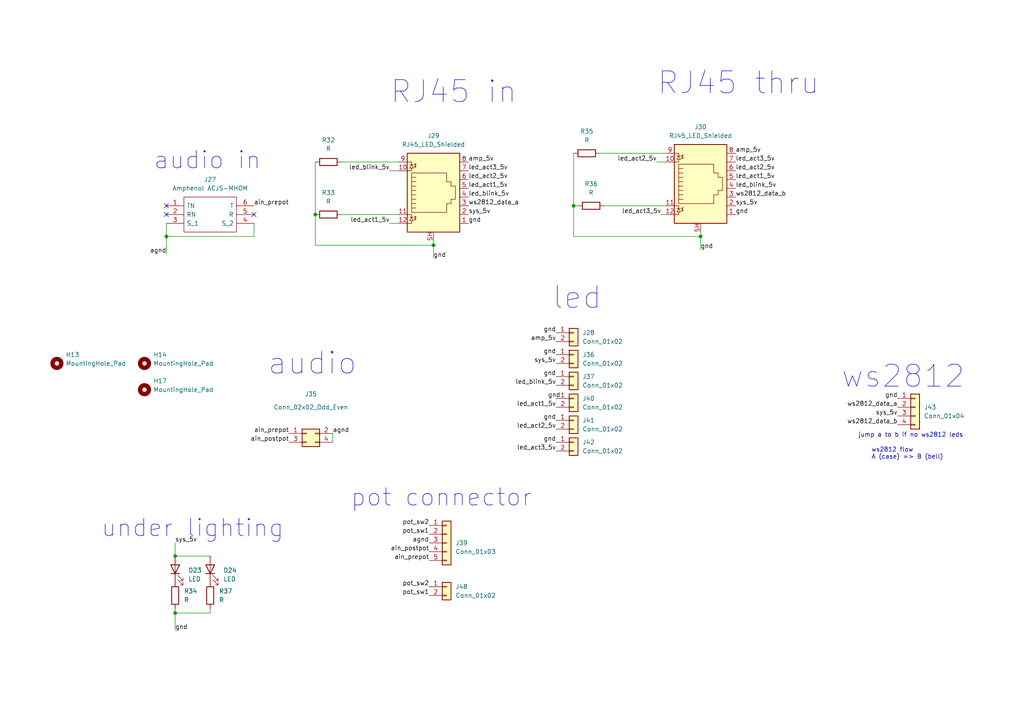
<source format=kicad_sch>
(kicad_sch (version 20211123) (generator eeschema)
  (paper "A4")
  (lib_symbols
    (symbol "Connector:RJ45_LED_Shielded" (pin_names (offset 1.016))
      (property "Reference" "J" (at -5.08 13.97 0))
      (property "Value" "RJ45_LED_Shielded" (at 1.27 13.97 0))
      (symbol "RJ45_LED_Shielded_0_1"
        (polyline (pts (xy -7.62 -7.62) (xy -6.35 -7.62)))
        (polyline (pts (xy -7.62 -5.08) (xy -6.35 -5.08)))
        (polyline (pts (xy -7.62 7.62) (xy -6.35 7.62)))
        (polyline (pts (xy -7.62 10.16) (xy -6.35 10.16)))
        (polyline (pts (xy -6.858 -5.842) (xy -5.842 -5.842)))
        (polyline (pts (xy -6.858 9.398) (xy -5.842 9.398)))
        (polyline (pts (xy -6.35 -7.62) (xy -6.35 -6.858)))
        (polyline (pts (xy -6.35 -5.08) (xy -6.35 -5.842)))
        (polyline (pts (xy -6.35 7.62) (xy -6.35 8.382)))
        (polyline (pts (xy -6.35 10.16) (xy -6.35 9.398)))
        (polyline (pts (xy -5.08 -6.223) (xy -5.207 -6.604)))
        (polyline (pts (xy -5.08 -5.588) (xy -5.207 -5.969)))
        (polyline (pts (xy -5.08 4.445) (xy -6.35 4.445)))
        (polyline (pts (xy -5.08 5.715) (xy -6.35 5.715)))
        (polyline (pts (xy -5.08 9.017) (xy -5.207 8.636)))
        (polyline (pts (xy -5.08 9.652) (xy -5.207 9.271)))
        (polyline (pts (xy -6.35 -3.175) (xy -5.08 -3.175) (xy -5.08 -3.175)))
        (polyline (pts (xy -6.35 -1.905) (xy -5.08 -1.905) (xy -5.08 -1.905)))
        (polyline (pts (xy -6.35 -0.635) (xy -5.08 -0.635) (xy -5.08 -0.635)))
        (polyline (pts (xy -6.35 0.635) (xy -5.08 0.635) (xy -5.08 0.635)))
        (polyline (pts (xy -6.35 1.905) (xy -5.08 1.905) (xy -5.08 1.905)))
        (polyline (pts (xy -5.588 -6.731) (xy -5.08 -6.223) (xy -5.461 -6.35)))
        (polyline (pts (xy -5.588 -6.096) (xy -5.08 -5.588) (xy -5.461 -5.715)))
        (polyline (pts (xy -5.588 8.509) (xy -5.08 9.017) (xy -5.461 8.89)))
        (polyline (pts (xy -5.588 9.144) (xy -5.08 9.652) (xy -5.461 9.525)))
        (polyline (pts (xy -5.08 3.175) (xy -6.35 3.175) (xy -6.35 3.175)))
        (polyline (pts (xy -6.35 -5.842) (xy -6.858 -6.858) (xy -5.842 -6.858) (xy -6.35 -5.842)))
        (polyline (pts (xy -6.35 9.398) (xy -6.858 8.382) (xy -5.842 8.382) (xy -6.35 9.398)))
        (polyline (pts (xy -6.35 -4.445) (xy -6.35 6.985) (xy 3.81 6.985) (xy 3.81 4.445) (xy 5.08 4.445) (xy 5.08 3.175) (xy 6.35 3.175) (xy 6.35 -0.635) (xy 5.08 -0.635) (xy 5.08 -1.905) (xy 3.81 -1.905) (xy 3.81 -4.445) (xy -6.35 -4.445) (xy -6.35 -4.445)))
        (rectangle (start 7.62 12.7) (end -7.62 -10.16) (stroke (width 0.254)) (fill (type background)))
      )
      (symbol "RJ45_LED_Shielded_1_1"
        (pin passive line (at 10.16 -7.62 180) (length 2.54) (name "~") (number "1"))
        (pin passive line (at -10.16 7.62 0) (length 2.54) (name "~") (number "10"))
        (pin passive line (at -10.16 -5.08 0) (length 2.54) (name "~") (number "11"))
        (pin passive line (at -10.16 -7.62 0) (length 2.54) (name "~") (number "12"))
        (pin passive line (at 10.16 -5.08 180) (length 2.54) (name "~") (number "2"))
        (pin passive line (at 10.16 -2.54 180) (length 2.54) (name "~") (number "3"))
        (pin passive line (at 10.16 0 180) (length 2.54) (name "~") (number "4"))
        (pin passive line (at 10.16 2.54 180) (length 2.54) (name "~") (number "5"))
        (pin passive line (at 10.16 5.08 180) (length 2.54) (name "~") (number "6"))
        (pin passive line (at 10.16 7.62 180) (length 2.54) (name "~") (number "7"))
        (pin passive line (at 10.16 10.16 180) (length 2.54) (name "~") (number "8"))
        (pin passive line (at -10.16 10.16 0) (length 2.54) (name "~") (number "9"))
        (pin passive line (at 0 -12.7 90) (length 2.54) (name "~") (number "SH"))
      )
    )
    (symbol "Connector_Generic:Conn_01x02" (pin_names (offset 1.016) hide)
      (property "Reference" "J" (at 0 2.54 0))
      (property "Value" "Conn_01x02" (at 0 -5.08 0))
      (symbol "Conn_01x02_1_1"
        (rectangle (start -1.27 -2.413) (end 0 -2.667) (stroke (width 0.1524)))
        (rectangle (start -1.27 0.127) (end 0 -0.127) (stroke (width 0.1524)))
        (rectangle (start -1.27 1.27) (end 1.27 -3.81) (stroke (width 0.254)) (fill (type background)))
        (pin passive line (at -5.08 0 0) (length 3.81) (name "Pin_1") (number "1"))
        (pin passive line (at -5.08 -2.54 0) (length 3.81) (name "Pin_2") (number "2"))
      )
    )
    (symbol "Connector_Generic:Conn_01x04" (pin_names (offset 1.016) hide)
      (property "Reference" "J" (at 0 5.08 0))
      (property "Value" "Conn_01x04" (at 0 -7.62 0))
      (symbol "Conn_01x04_1_1"
        (rectangle (start -1.27 -4.953) (end 0 -5.207) (stroke (width 0.1524)))
        (rectangle (start -1.27 -2.413) (end 0 -2.667) (stroke (width 0.1524)))
        (rectangle (start -1.27 0.127) (end 0 -0.127) (stroke (width 0.1524)))
        (rectangle (start -1.27 2.667) (end 0 2.413) (stroke (width 0.1524)))
        (rectangle (start -1.27 3.81) (end 1.27 -6.35) (stroke (width 0.254)) (fill (type background)))
        (pin passive line (at -5.08 2.54 0) (length 3.81) (name "Pin_1") (number "1"))
        (pin passive line (at -5.08 0 0) (length 3.81) (name "Pin_2") (number "2"))
        (pin passive line (at -5.08 -2.54 0) (length 3.81) (name "Pin_3") (number "3"))
        (pin passive line (at -5.08 -5.08 0) (length 3.81) (name "Pin_4") (number "4"))
      )
    )
    (symbol "Connector_Generic:Conn_01x05" (pin_names (offset 1.016) hide)
      (property "Reference" "J" (at 0 7.62 0))
      (property "Value" "Conn_01x05" (at 0 -7.62 0))
      (symbol "Conn_01x05_1_1"
        (rectangle (start -1.27 -4.953) (end 0 -5.207) (stroke (width 0.1524)))
        (rectangle (start -1.27 -2.413) (end 0 -2.667) (stroke (width 0.1524)))
        (rectangle (start -1.27 0.127) (end 0 -0.127) (stroke (width 0.1524)))
        (rectangle (start -1.27 2.667) (end 0 2.413) (stroke (width 0.1524)))
        (rectangle (start -1.27 5.207) (end 0 4.953) (stroke (width 0.1524)))
        (rectangle (start -1.27 6.35) (end 1.27 -6.35) (stroke (width 0.254)) (fill (type background)))
        (pin passive line (at -5.08 5.08 0) (length 3.81) (name "Pin_1") (number "1"))
        (pin passive line (at -5.08 2.54 0) (length 3.81) (name "Pin_2") (number "2"))
        (pin passive line (at -5.08 0 0) (length 3.81) (name "Pin_3") (number "3"))
        (pin passive line (at -5.08 -2.54 0) (length 3.81) (name "Pin_4") (number "4"))
        (pin passive line (at -5.08 -5.08 0) (length 3.81) (name "Pin_5") (number "5"))
      )
    )
    (symbol "Connector_Generic:Conn_02x02_Odd_Even" (pin_names (offset 1.016) hide)
      (property "Reference" "J" (at 1.27 2.54 0))
      (property "Value" "Conn_02x02_Odd_Even" (at 1.27 -5.08 0))
      (symbol "Conn_02x02_Odd_Even_1_1"
        (rectangle (start -1.27 -2.413) (end 0 -2.667) (stroke (width 0.1524)))
        (rectangle (start -1.27 0.127) (end 0 -0.127) (stroke (width 0.1524)))
        (rectangle (start -1.27 1.27) (end 3.81 -3.81) (stroke (width 0.254)) (fill (type background)))
        (rectangle (start 3.81 -2.413) (end 2.54 -2.667) (stroke (width 0.1524)))
        (rectangle (start 3.81 0.127) (end 2.54 -0.127) (stroke (width 0.1524)))
        (pin passive line (at -5.08 0 0) (length 3.81) (name "Pin_1") (number "1"))
        (pin passive line (at 7.62 0 180) (length 3.81) (name "Pin_2") (number "2"))
        (pin passive line (at -5.08 -2.54 0) (length 3.81) (name "Pin_3") (number "3"))
        (pin passive line (at 7.62 -2.54 180) (length 3.81) (name "Pin_4") (number "4"))
      )
    )
    (symbol "Device:LED" (pin_numbers hide) (pin_names (offset 1.016) hide)
      (property "Reference" "D" (at 0 2.54 0))
      (property "Value" "LED" (at 0 -2.54 0))
      (symbol "LED_0_1"
        (polyline (pts (xy -1.27 -1.27) (xy -1.27 1.27)) (stroke (width 0.254)))
        (polyline (pts (xy -1.27 0) (xy 1.27 0)))
        (polyline (pts (xy 1.27 -1.27) (xy 1.27 1.27) (xy -1.27 0) (xy 1.27 -1.27)) (stroke (width 0.254)))
        (polyline (pts (xy -3.048 -0.762) (xy -4.572 -2.286) (xy -3.81 -2.286) (xy -4.572 -2.286) (xy -4.572 -1.524)))
        (polyline (pts (xy -1.778 -0.762) (xy -3.302 -2.286) (xy -2.54 -2.286) (xy -3.302 -2.286) (xy -3.302 -1.524)))
      )
      (symbol "LED_1_1"
        (pin passive line (at -3.81 0 0) (length 2.54) (name "K") (number "1"))
        (pin passive line (at 3.81 0 180) (length 2.54) (name "A") (number "2"))
      )
    )
    (symbol "Device:NetTie_2" (pin_numbers hide) (pin_names (offset 0) hide)
      (property "Reference" "NT" (at 0 1.27 0))
      (property "Value" "NetTie_2" (at 0 -1.27 0))
      (symbol "NetTie_2_0_1"
        (polyline (pts (xy -1.27 0) (xy 1.27 0)) (stroke (width 0.254)))
      )
      (symbol "NetTie_2_1_1"
        (pin passive line (at -2.54 0 0) (length 2.54) (name "1") (number "1"))
        (pin passive line (at 2.54 0 180) (length 2.54) (name "2") (number "2"))
      )
    )
    (symbol "Device:R" (pin_numbers hide) (pin_names (offset 0))
      (property "Reference" "R" (at 2.032 0 90))
      (property "Value" "R" (at 0 0 90))
      (symbol "R_0_1"
        (rectangle (start -1.016 -2.54) (end 1.016 2.54) (stroke (width 0.254)))
      )
      (symbol "R_1_1"
        (pin passive line (at 0 3.81 270) (length 1.27) (name "~") (number "1"))
        (pin passive line (at 0 -3.81 90) (length 1.27) (name "~") (number "2"))
      )
    )
    (symbol "Mechanical:MountingHole" (pin_names (offset 1.016))
      (property "Reference" "H" (at 0 5.08 0))
      (property "Value" "MountingHole" (at 0 3.175 0))
      (symbol "MountingHole_0_1"
        (circle (center 0 0) (radius 1.27) (stroke (width 1.27)))
      )
    )
    (symbol "Regulator_Linear:LM7809_TO220" (pin_names (offset 0.254))
      (property "Reference" "U" (at -3.81 3.175 0))
      (property "Value" "LM7809_TO220" (at 0 3.175 0))
      (symbol "LM7809_TO220_0_1"
        (rectangle (start -5.08 1.905) (end 5.08 -5.08) (stroke (width 0.254)) (fill (type background)))
      )
      (symbol "LM7809_TO220_1_1"
        (pin power_in line (at -7.62 0 0) (length 2.54) (name "VI") (number "1"))
        (pin power_in line (at 0 -7.62 90) (length 2.54) (name "GND") (number "2"))
        (pin power_out line (at 7.62 0 180) (length 2.54) (name "VO") (number "3"))
      )
    )
    (symbol "clarinoid2:Amphenol ACJS-MHOM" (pin_names (offset 0.762))
      (property "Reference" "J" (at 21.59 7.62 0))
      (property "Value" "Amphenol ACJS-MHOM" (at 21.59 5.08 0))
      (symbol "Amphenol ACJS-MHOM_0_0"
        (pin passive line (at 0 0 0) (length 5.08) (name "TN") (number "1"))
        (pin passive line (at 0 -2.54 0) (length 5.08) (name "RN") (number "2"))
        (pin passive line (at 0 -5.08 0) (length 5.08) (name "S_1") (number "3"))
        (pin passive line (at 25.4 -5.08 180) (length 5.08) (name "S_2") (number "4"))
        (pin passive line (at 25.4 -2.54 180) (length 5.08) (name "R") (number "5"))
        (pin passive line (at 25.4 0 180) (length 5.08) (name "T") (number "6"))
      )
      (symbol "Amphenol ACJS-MHOM_0_1"
        (polyline (pts (xy 5.08 2.54) (xy 20.32 2.54) (xy 20.32 -7.62) (xy 5.08 -7.62) (xy 5.08 2.54)) (stroke (width 0.1524)))
      )
    )
    (symbol "clarinoid2:Barrel_Jack_MountingPin" (pin_names hide)
      (property "Reference" "J" (at 0 5.334 0))
      (property "Value" "Barrel_Jack_MountingPin" (at 1.27 -6.35 0))
      (symbol "Barrel_Jack_MountingPin_0_1"
        (rectangle (start -5.08 3.81) (end 5.08 -3.81) (stroke (width 0.254)) (fill (type background)))
        (arc (start -3.302 3.175) (mid -3.937 2.54) (end -3.302 1.905) (stroke (width 0.254)))
        (arc (start -3.302 3.175) (mid -3.937 2.54) (end -3.302 1.905) (stroke (width 0.254)) (fill (type outline)))
        (polyline (pts (xy 5.08 2.54) (xy 3.81 2.54)) (stroke (width 0.254)))
        (polyline (pts (xy -3.81 -2.54) (xy -2.54 -2.54) (xy -1.27 -1.27) (xy 0 -2.54) (xy 2.54 -2.54) (xy 5.08 -2.54)) (stroke (width 0.254)))
        (rectangle (start 3.683 3.175) (end -3.302 1.905) (stroke (width 0.254)) (fill (type outline)))
      )
      (symbol "Barrel_Jack_MountingPin_1_1"
        (polyline (pts (xy -1.016 -4.572) (xy 1.016 -4.572)) (stroke (width 0.1524)))
        (text "Mounting" (at 0 -4.191 0) (effects (font (size 0.381 0.381))))
        (pin passive line (at 7.62 2.54 180) (length 2.54) (name "~") (number "1"))
        (pin passive line (at 7.62 -2.54 180) (length 2.54) (name "~") (number "2"))
        (pin passive line (at 0 -7.62 90) (length 3.048) (name "MountPin") (number "3"))
      )
    )
  )
  (junction (at 91.44 62.23))
  (junction (at 125.73 71.12))
  (junction (at 203.2 68.58))
  (junction (at 50.8 177.8))
  (junction (at 166.37 59.69))
  (junction (at 50.8 161.29))
  (junction (at 48.26 68.58))
  (no_connect (at 73.66 62.23))
  (no_connect (at 48.26 59.69))
  (no_connect (at 48.26 62.23))
  (no_connect (at 335.28 119.38))
  (wire (pts (xy 73.66 68.58) (xy 48.26 68.58)))
  (wire (pts (xy 203.2 72.39) (xy 203.2 68.58)))
  (wire (pts (xy 99.06 46.99) (xy 115.57 46.99)))
  (wire (pts (xy 48.26 73.66) (xy 48.26 68.58)))
  (wire (pts (xy 113.03 49.53) (xy 115.57 49.53)))
  (wire (pts (xy 50.8 182.88) (xy 50.8 177.8)))
  (wire (pts (xy 191.77 62.23) (xy 193.04 62.23)))
  (wire (pts (xy 173.99 44.45) (xy 193.04 44.45)))
  (wire (pts (xy 91.44 46.99) (xy 91.44 62.23)))
  (wire (pts (xy 166.37 59.69) (xy 167.64 59.69)))
  (wire (pts (xy 91.44 62.23) (xy 91.44 71.12)))
  (wire (pts (xy 203.2 68.58) (xy 203.2 67.31)))
  (wire (pts (xy 166.37 59.69) (xy 166.37 68.58)))
  (wire (pts (xy 166.37 68.58) (xy 203.2 68.58)))
  (wire (pts (xy 60.96 176.53) (xy 60.96 177.8)))
  (wire (pts (xy 50.8 177.8) (xy 50.8 176.53)))
  (wire (pts (xy 166.37 44.45) (xy 166.37 59.69)))
  (wire (pts (xy 96.52 125.73) (xy 96.52 128.27)))
  (wire (pts (xy 99.06 62.23) (xy 115.57 62.23)))
  (wire (pts (xy 125.73 71.12) (xy 125.73 69.85)))
  (wire (pts (xy 60.96 177.8) (xy 50.8 177.8)))
  (wire (pts (xy 50.8 157.48) (xy 50.8 161.29)))
  (wire (pts (xy 125.73 74.93) (xy 125.73 71.12)))
  (wire (pts (xy 335.28 114.3) (xy 335.28 111.76)))
  (wire (pts (xy 48.26 68.58) (xy 48.26 64.77)))
  (wire (pts (xy 190.5 46.99) (xy 193.04 46.99)))
  (wire (pts (xy 50.8 161.29) (xy 60.96 161.29)))
  (wire (pts (xy 113.03 64.77) (xy 115.57 64.77)))
  (wire (pts (xy 91.44 71.12) (xy 125.73 71.12)))
  (wire (pts (xy 73.66 64.77) (xy 73.66 68.58)))
  (wire (pts (xy 175.26 59.69) (xy 193.04 59.69)))
  (text "ws2812 flow\nA (case) => B (bell)" (at 252.73 133.35 0) (effects (font (size 1.27 1.27)) (justify left bottom)))
  (text "RJ45 in" (at 113.03 30.48 0) (effects (font (size 6.35 6.35)) (justify left bottom)))
  (text "under lighting" (at 29.21 156.21 0) (effects (font (size 5 5)) (justify left bottom)))
  (text "RJ45 thru" (at 190.5 27.94 0) (effects (font (size 6.35 6.35)) (justify left bottom)))
  (text "led" (at 160.02 90.17 0) (effects (font (size 6.35 6.35)) (justify left bottom)))
  (text "audio in" (at 44.45 49.53 0) (effects (font (size 5 5)) (justify left bottom)))
  (text "for relay;\ncontrol via amp_5v\nand relay output = amp_24v, does'nt appear on pcb." (at 354.33 74.93 0) (effects (font (size 1.27 1.27)) (justify left bottom)))
  (text "ws2812" (at 243.84 113.03 0) (effects (font (size 6.35 6.35)) (justify left bottom)))
  (text "pot connector" (at 101.6 147.32 0) (effects (font (size 5 5)) (justify left bottom)))
  (text "jump a to b if no ws2812 leds" (at 279.4 127 180) (effects (font (size 1.27 1.27)) (justify right bottom)))
  (text "power" (at 334.01 62.23 0) (effects (font (size 6.35 6.35)) (justify left bottom)))
  (text "audio" (at 77.47 109.22 0) (effects (font (size 6.35 6.35)) (justify left bottom)))
  (label "led_act3_5v" (at 161.29 130.81 180))
  (label "gnd" (at 161.29 128.27 180))
  (label "pot_sw1" (at 124.46 154.94 180))
  (label "led_act2_5v" (at 135.89 52.07 0))
  (label "pot_sw1" (at 124.46 172.72 180))
  (label "sys_5v" (at 260.35 120.65 180))
  (label "led_act2_5v" (at 213.36 49.53 0))
  (label "led_blink_5v" (at 213.36 54.61 0))
  (label "amp_9v" (at 327.66 124.46 180))
  (label "gnd" (at 323.85 64.77 180))
  (label "ain_prepot" (at 83.82 125.73 180))
  (label "gnd" (at 50.8 182.88 0))
  (label "pot_sw1" (at 365.76 95.25 180))
  (label "sys_5v" (at 50.8 157.48 0))
  (label "amp_9v" (at 323.85 87.63 180))
  (label "gnd" (at 161.29 121.92 180))
  (label "gnd" (at 323.85 71.12 180))
  (label "powerbank_5v" (at 323.85 67.31 180))
  (label "led_act1_5v" (at 135.89 54.61 0))
  (label "amp_5v" (at 213.36 44.45 0))
  (label "powerbank_5v" (at 370.84 88.9 0))
  (label "gnd" (at 327.66 129.54 180))
  (label "sys_5v" (at 135.89 62.23 0))
  (label "led_blink_5v" (at 161.29 111.76 180))
  (label "gnd" (at 161.29 96.52 180))
  (label "ws2812_data_b" (at 213.36 57.15 0))
  (label "gnd" (at 161.29 109.22 180))
  (label "led_act1_5v" (at 113.03 64.77 180))
  (label "gnd" (at 203.2 72.39 0))
  (label "gnd" (at 213.36 62.23 0))
  (label "amp_5v" (at 135.89 46.99 0))
  (label "powerbank_12v+" (at 323.85 73.66 180))
  (label "led_act3_5v" (at 135.89 49.53 0))
  (label "ws2812_data_b" (at 260.35 123.19 180))
  (label "led_act2_5v" (at 190.5 46.99 180))
  (label "pot_sw2" (at 124.46 152.4 180))
  (label "gnd" (at 125.73 74.93 0))
  (label "sys_5v" (at 213.36 59.69 0))
  (label "gnd" (at 161.29 102.87 180))
  (label "led_blink_5v" (at 135.89 57.15 0))
  (label "pot_sw2" (at 365.76 88.9 180))
  (label "ws2812_data_a" (at 135.89 59.69 0))
  (label "amp_5v" (at 370.84 95.25 0))
  (label "gnd" (at 323.85 78.74 180))
  (label "led_act1_5v" (at 161.29 118.11 180))
  (label "ws2812_data_a" (at 260.35 118.11 180))
  (label "led_act3_5v" (at 191.77 62.23 180))
  (label "amp_9v" (at 342.9 104.14 0))
  (label "amp_5v" (at 161.29 99.06 180))
  (label "gnd" (at 323.85 85.09 180))
  (label "ain_postpot" (at 83.82 128.27 180))
  (label "gnd" (at 260.35 115.57 180))
  (label "gnd" (at 335.28 114.3 0))
  (label "agnd" (at 124.46 157.48 180))
  (label "ain_postpot" (at 124.46 160.02 180))
  (label "agnd" (at 96.52 125.73 0))
  (label "powerbank_12v+" (at 327.66 104.14 180))
  (label "led_act2_5v" (at 161.29 124.46 180))
  (label "led_blink_5v" (at 113.03 49.53 180))
  (label "gnd" (at 135.89 64.77 0))
  (label "amp_5v" (at 323.85 81.28 180))
  (label "sys_5v" (at 161.29 105.41 180))
  (label "led_act3_5v" (at 213.36 46.99 0))
  (label "gnd" (at 162.56 115.57 180))
  (label "pot_sw2" (at 124.46 170.18 180))
  (label "agnd" (at 48.26 73.66 180))
  (label "led_act1_5v" (at 213.36 52.07 0))
  (label "ain_prepot" (at 124.46 162.56 180))
  (label "ain_prepot" (at 73.66 59.69 0))
  (symbol (lib_id "Device:R") (at 171.45 59.69 90) (unit 1) (in_bom no)
    (property "Reference" "R36" (at 171.45 53.34 90))
    (property "Value" "R" (at 171.45 55.88 90))
    (property "Footprint" "Resistor_THT:R_Axial_DIN0207_L6.3mm_D2.5mm_P10.16mm_Horizontal" (effects hide))
  )
  (symbol (lib_id "Device:LED") (at 50.8 165.1 90) (unit 1) (in_bom no)
    (property "Reference" "D23" (at 54.61 165.4174 90) (effects (justify right)))
    (property "Value" "LED" (at 54.61 167.9574 90) (effects (justify right)))
    (property "Footprint" "clarinoid2:LED_D5.0mm_withbottomtext" (effects hide))
  )
  (symbol (lib_id "clarinoid2:Barrel_Jack_MountingPin") (at 335.28 127 180) (unit 1)
    (property "Reference" "J38" (at 341.63 125.3743 0) (effects (justify right)))
    (property "Value" "Barrel_Jack_MountingPin" (at 341.63 127.9143 0) (effects (justify right)))
    (property "Footprint" "Connector_BarrelJack:BarrelJack_GCT_DCJ200-10-A_Horizontal" (effects hide))
  )
  (symbol (lib_id "Connector_Generic:Conn_01x04") (at 265.43 118.11 0) (unit 1)
    (property "Reference" "J43" (at 267.97 118.1099 0) (effects (justify left)))
    (property "Value" "Conn_01x04" (at 267.97 120.6499 0) (effects (justify left)))
    (property "Footprint" "Connector_JST:JST_PH_B4B-PH-K_1x04_P2.00mm_Vertical" (effects hide))
  )
  (symbol (lib_id "Connector_Generic:Conn_01x05") (at 129.54 157.48 0) (unit 1)
    (property "Reference" "J39" (at 132.08 157.4799 0) (effects (justify left)))
    (property "Value" "Conn_01x03" (at 132.08 160.0199 0) (effects (justify left)))
    (property "Footprint" "Connector_JST:JST_PH_B5B-PH-K_1x05_P2.00mm_Vertical" (effects hide))
  )
  (symbol (lib_id "Connector:RJ45_LED_Shielded") (at 203.2 54.61 0) (unit 1)
    (property "Reference" "J30" (at 203.2 36.83 0))
    (property "Value" "RJ45_LED_Shielded" (at 203.2 39.37 0))
    (property "Footprint" "Connector_RJ:RJ45_Amphenol_RJHSE538X" (effects hide))
  )
  (symbol (lib_id "clarinoid2:Amphenol ACJS-MHOM") (at 48.26 59.69 0) (unit 1) (in_bom no)
    (property "Reference" "J27" (at 60.96 52.07 0))
    (property "Value" "Amphenol ACJS-MHOM" (at 60.96 54.61 0))
    (property "Footprint" "SamacSys_Parts:ACJSMHOM" (effects hide))
    (property "Datasheet" "https://www.amphenol-sine.com/pdf/datasheet/ACJS-MHOM.pdf" (effects hide))
    (property "Description" "Phone Connectors 1/4\"HOR Snap-fit CHASSIS CONN" (effects hide))
    (property "Height" "12.7" (effects hide))
    (property "Mouser Part Number" "523-ACJS-MHOM" (effects hide))
    (property "Mouser Price/Stock" "https://www.mouser.co.uk/ProductDetail/Amphenol-Audio/ACJS-MHOM?qs=t8VhaDIDl4vZ9ROsgrVY0w%3D%3D" (effects hide))
    (property "Manufacturer_Name" "Amphenol" (effects hide))
    (property "Manufacturer_Part_Number" "ACJS-MHOM" (effects hide))
  )
  (symbol (lib_id "Connector_Generic:Conn_01x02") (at 166.37 121.92 0) (unit 1)
    (property "Reference" "J41" (at 168.91 121.9199 0) (effects (justify left)))
    (property "Value" "Conn_01x02" (at 168.91 124.4599 0) (effects (justify left)))
    (property "Footprint" "Connector_JST:JST_PH_B2B-PH-K_1x02_P2.00mm_Vertical" (effects hide))
  )
  (symbol (lib_id "Connector_Generic:Conn_01x02") (at 166.37 96.52 0) (unit 1)
    (property "Reference" "J28" (at 168.91 96.5199 0) (effects (justify left)))
    (property "Value" "Conn_01x02" (at 168.91 99.0599 0) (effects (justify left)))
    (property "Footprint" "Connector_JST:JST_PH_B2B-PH-K_1x02_P2.00mm_Vertical" (effects hide))
  )
  (symbol (lib_id "Device:R") (at 50.8 172.72 0) (unit 1) (in_bom no)
    (property "Reference" "R34" (at 53.34 171.4499 0) (effects (justify left)))
    (property "Value" "R" (at 53.34 173.9899 0) (effects (justify left)))
    (property "Footprint" "Resistor_THT:R_Axial_Power_L25.0mm_W9.0mm_P27.94mm" (effects hide))
  )
  (symbol (lib_id "Mechanical:MountingHole") (at 16.51 105.41 0) (unit 1)
    (property "Reference" "H13" (at 19.05 102.8699 0) (effects (justify left)))
    (property "Value" "MountingHole_Pad" (at 19.05 105.4099 0) (effects (justify left)))
    (property "Footprint" "MountingHole:MountingHole_3.2mm_M3" (effects hide))
  )
  (symbol (lib_id "Device:NetTie_2") (at 368.3 95.25 0) (unit 1)
    (property "Reference" "NT3" (at 368.3 90.17 0))
    (property "Value" "NetTie_2" (at 368.3 92.71 0))
    (property "Footprint" "clarinoid2:NetTie-2_SMD_Pad1.0mm" (effects hide))
  )
  (symbol (lib_id "Connector_Generic:Conn_01x02") (at 166.37 128.27 0) (unit 1)
    (property "Reference" "J42" (at 168.91 128.2699 0) (effects (justify left)))
    (property "Value" "Conn_01x02" (at 168.91 130.8099 0) (effects (justify left)))
    (property "Footprint" "Connector_JST:JST_PH_B2B-PH-K_1x02_P2.00mm_Vertical" (effects hide))
  )
  (symbol (lib_id "Connector_Generic:Conn_01x02") (at 328.93 71.12 0) (unit 1)
    (property "Reference" "J45" (at 331.47 71.1199 0) (effects (justify left)))
    (property "Value" "Conn_01x02" (at 331.47 73.6599 0) (effects (justify left)))
    (property "Footprint" "Connector_JST:JST_PH_B2B-PH-K_1x02_P2.00mm_Vertical" (effects hide))
  )
  (symbol (lib_id "Device:R") (at 170.18 44.45 90) (unit 1) (in_bom no)
    (property "Reference" "R35" (at 170.18 38.1 90))
    (property "Value" "R" (at 170.18 40.64 90))
    (property "Footprint" "Resistor_THT:R_Axial_DIN0207_L6.3mm_D2.5mm_P10.16mm_Horizontal" (effects hide))
  )
  (symbol (lib_id "Connector_Generic:Conn_02x02_Odd_Even") (at 88.9 125.73 0) (unit 1)
    (property "Reference" "J35" (at 90.17 114.3 0))
    (property "Value" "Conn_02x02_Odd_Even" (at 90.17 118.11 0))
    (property "Footprint" "Connector_PinHeader_2.54mm:PinHeader_2x02_P2.54mm_Vertical" (effects hide))
  )
  (symbol (lib_id "Device:R") (at 95.25 62.23 90) (unit 1) (in_bom no)
    (property "Reference" "R33" (at 95.25 55.88 90))
    (property "Value" "R" (at 95.25 58.42 90))
    (property "Footprint" "Resistor_THT:R_Axial_DIN0207_L6.3mm_D2.5mm_P10.16mm_Horizontal" (effects hide))
  )
  (symbol (lib_id "Connector_Generic:Conn_01x02") (at 328.93 78.74 0) (unit 1)
    (property "Reference" "J46" (at 331.47 78.7399 0) (effects (justify left)))
    (property "Value" "Conn_01x02" (at 331.47 81.2799 0) (effects (justify left)))
    (property "Footprint" "Connector_JST:JST_PH_B2B-PH-K_1x02_P2.00mm_Vertical" (effects hide))
  )
  (symbol (lib_id "Device:R") (at 95.25 46.99 90) (unit 1) (in_bom no)
    (property "Reference" "R32" (at 95.25 40.64 90))
    (property "Value" "R" (at 95.25 43.18 90))
    (property "Footprint" "Resistor_THT:R_Axial_DIN0207_L6.3mm_D2.5mm_P10.16mm_Horizontal" (effects hide))
  )
  (symbol (lib_id "Mechanical:MountingHole") (at 41.91 113.03 0) (unit 1)
    (property "Reference" "H17" (at 44.45 110.4899 0) (effects (justify left)))
    (property "Value" "MountingHole_Pad" (at 44.45 113.0299 0) (effects (justify left)))
    (property "Footprint" "MountingHole:MountingHole_3.2mm_M3" (effects hide))
  )
  (symbol (lib_id "Connector_Generic:Conn_01x02") (at 166.37 102.87 0) (unit 1)
    (property "Reference" "J36" (at 168.91 102.8699 0) (effects (justify left)))
    (property "Value" "Conn_01x02" (at 168.91 105.4099 0) (effects (justify left)))
    (property "Footprint" "Connector_JST:JST_PH_B2B-PH-K_1x02_P2.00mm_Vertical" (effects hide))
  )
  (symbol (lib_id "Mechanical:MountingHole") (at 41.91 105.41 0) (unit 1)
    (property "Reference" "H14" (at 44.45 102.8699 0) (effects (justify left)))
    (property "Value" "MountingHole_Pad" (at 44.45 105.4099 0) (effects (justify left)))
    (property "Footprint" "MountingHole:MountingHole_3.2mm_M3" (effects hide))
  )
  (symbol (lib_id "Connector_Generic:Conn_01x02") (at 166.37 115.57 0) (unit 1)
    (property "Reference" "J40" (at 168.91 115.5699 0) (effects (justify left)))
    (property "Value" "Conn_01x02" (at 168.91 118.1099 0) (effects (justify left)))
    (property "Footprint" "Connector_JST:JST_PH_B2B-PH-K_1x02_P2.00mm_Vertical" (effects hide))
  )
  (symbol (lib_id "Connector:RJ45_LED_Shielded") (at 125.73 57.15 0) (unit 1)
    (property "Reference" "J29" (at 125.73 39.37 0))
    (property "Value" "RJ45_LED_Shielded" (at 125.73 41.91 0))
    (property "Footprint" "Connector_RJ:RJ45_Amphenol_RJHSE538X" (effects hide))
  )
  (symbol (lib_id "Connector_Generic:Conn_01x02") (at 129.54 170.18 0) (unit 1)
    (property "Reference" "J48" (at 132.08 170.1799 0) (effects (justify left)))
    (property "Value" "Conn_01x02" (at 132.08 172.7199 0) (effects (justify left)))
    (property "Footprint" "Connector_PinHeader_2.54mm:PinHeader_1x02_P2.54mm_Vertical" (effects hide))
  )
  (symbol (lib_id "Device:LED") (at 60.96 165.1 90) (unit 1) (in_bom no)
    (property "Reference" "D24" (at 64.77 165.4174 90) (effects (justify right)))
    (property "Value" "LED" (at 64.77 167.9574 90) (effects (justify right)))
    (property "Footprint" "clarinoid2:LED_D5.0mm_withbottomtext" (effects hide))
  )
  (symbol (lib_id "Connector_Generic:Conn_01x02") (at 328.93 64.77 0) (unit 1)
    (property "Reference" "J44" (at 331.47 64.7699 0) (effects (justify left)))
    (property "Value" "Conn_01x02" (at 331.47 67.3099 0) (effects (justify left)))
    (property "Footprint" "Connector_JST:JST_PH_B2B-PH-K_1x02_P2.00mm_Vertical" (effects hide))
  )
  (symbol (lib_id "Connector_Generic:Conn_01x02") (at 328.93 85.09 0) (unit 1)
    (property "Reference" "J47" (at 331.47 85.0899 0) (effects (justify left)))
    (property "Value" "Conn_01x02" (at 331.47 87.6299 0) (effects (justify left)))
    (property "Footprint" "Connector_JST:JST_PH_B2B-PH-K_1x02_P2.00mm_Vertical" (effects hide))
  )
  (symbol (lib_id "Device:R") (at 60.96 172.72 0) (unit 1) (in_bom no)
    (property "Reference" "R37" (at 63.5 171.4499 0) (effects (justify left)))
    (property "Value" "R" (at 63.5 173.9899 0) (effects (justify left)))
    (property "Footprint" "Resistor_THT:R_Axial_DIN0207_L6.3mm_D2.5mm_P10.16mm_Horizontal" (effects hide))
  )
  (symbol (lib_id "Connector_Generic:Conn_01x02") (at 166.37 109.22 0) (unit 1)
    (property "Reference" "J37" (at 168.91 109.2199 0) (effects (justify left)))
    (property "Value" "Conn_01x02" (at 168.91 111.7599 0) (effects (justify left)))
    (property "Footprint" "Connector_JST:JST_PH_B2B-PH-K_1x02_P2.00mm_Vertical" (effects hide))
  )
  (symbol (lib_id "Regulator_Linear:LM7809_TO220") (at 335.28 104.14 0) (unit 1) (in_bom no)
    (property "Reference" "U9" (at 335.28 96.52 0))
    (property "Value" "LM7809_TO220" (at 335.28 99.06 0))
    (property "Footprint" "Package_TO_SOT_THT:TO-220-3_Vertical" (effects hide))
    (property "Datasheet" "https://www.onsemi.cn/PowerSolutions/document/MC7800-D.PDF" (effects hide))
  )
  (symbol (lib_id "Device:NetTie_2") (at 368.3 88.9 0) (unit 1)
    (property "Reference" "NT2" (at 368.3 83.82 0))
    (property "Value" "NetTie_2" (at 368.3 86.36 0))
    (property "Footprint" "clarinoid2:NetTie-2_SMD_Pad1.0mm" (effects hide))
  )
)
</source>
